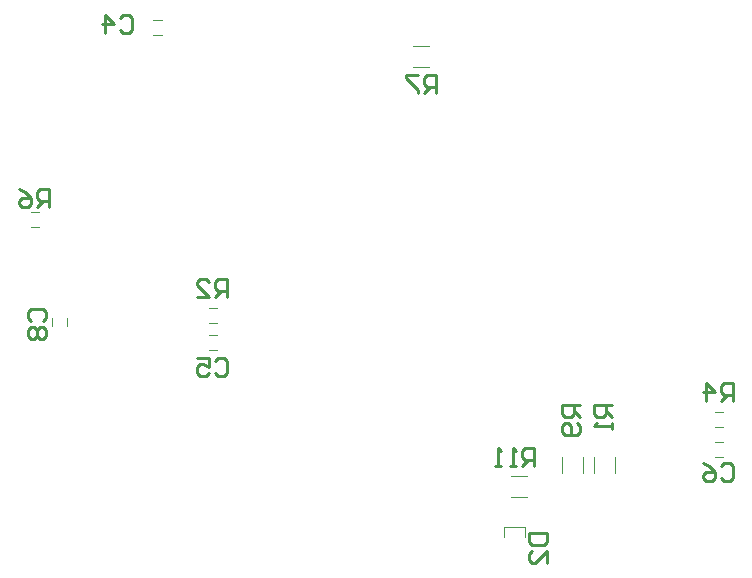
<source format=gbo>
G04*
G04 #@! TF.GenerationSoftware,Altium Limited,Altium Designer,21.9.2 (33)*
G04*
G04 Layer_Color=32896*
%FSTAX24Y24*%
%MOIN*%
G70*
G04*
G04 #@! TF.SameCoordinates,9AA07E9A-BA48-4811-965E-F14F798923DF*
G04*
G04*
G04 #@! TF.FilePolarity,Positive*
G04*
G01*
G75*
%ADD10C,0.0100*%
%ADD14C,0.0040*%
D10*
X034099Y068088D02*
X033999Y068187D01*
Y068387D01*
X034099Y068487D01*
X034499D01*
X034599Y068387D01*
Y068187D01*
X034499Y068088D01*
X034099Y067888D02*
X033999Y067788D01*
Y067588D01*
X034099Y067488D01*
X034199D01*
X034299Y067588D01*
X034399Y067488D01*
X034499D01*
X034599Y067588D01*
Y067788D01*
X034499Y067888D01*
X034399D01*
X034299Y067788D01*
X034199Y067888D01*
X034099D01*
X034299Y067788D02*
Y067588D01*
X050698Y061018D02*
X051298D01*
Y060718D01*
X051198Y060618D01*
X050798D01*
X050698Y060718D01*
Y061018D01*
X051298Y060019D02*
Y060419D01*
X050898Y060019D01*
X050798D01*
X050698Y060119D01*
Y060319D01*
X050798Y060419D01*
X05086Y06325D02*
Y06385D01*
X05056D01*
X05046Y06375D01*
Y06355D01*
X05056Y06345D01*
X05086D01*
X05066D02*
X05046Y06325D01*
X05026D02*
X05006D01*
X05016D01*
Y06385D01*
X05026Y06375D01*
X04976Y06325D02*
X04956D01*
X04966D01*
Y06385D01*
X04976Y06375D01*
X034699Y071873D02*
Y072473D01*
X034399D01*
X034299Y072373D01*
Y072173D01*
X034399Y072073D01*
X034699D01*
X034499D02*
X034299Y071873D01*
X033699Y072473D02*
X033899Y072373D01*
X034099Y072173D01*
Y071973D01*
X033999Y071873D01*
X033799D01*
X033699Y071973D01*
Y072073D01*
X033799Y072173D01*
X034099D01*
X037059Y078177D02*
X037159Y078277D01*
X037359D01*
X037459Y078177D01*
Y077777D01*
X037359Y077677D01*
X037159D01*
X037059Y077777D01*
X036559Y077677D02*
Y078277D01*
X036859Y077977D01*
X036459D01*
X040222Y066732D02*
X040322Y066832D01*
X040522D01*
X040622Y066732D01*
Y066332D01*
X040522Y066232D01*
X040322D01*
X040222Y066332D01*
X039622Y066832D02*
X040022D01*
Y066532D01*
X039822Y066632D01*
X039722D01*
X039622Y066532D01*
Y066332D01*
X039722Y066232D01*
X039922D01*
X040022Y066332D01*
X053458Y065277D02*
X052859D01*
Y064977D01*
X052959Y064877D01*
X053159D01*
X053258Y064977D01*
Y065277D01*
Y065077D02*
X053458Y064877D01*
Y064677D02*
Y064477D01*
Y064577D01*
X052859D01*
X052959Y064677D01*
X052372Y065281D02*
X051772D01*
Y064981D01*
X051872Y064881D01*
X052072D01*
X052172Y064981D01*
Y065281D01*
Y065081D02*
X052372Y064881D01*
X052272Y064681D02*
X052372Y064581D01*
Y064381D01*
X052272Y064281D01*
X051872D01*
X051772Y064381D01*
Y064581D01*
X051872Y064681D01*
X051972D01*
X052072Y064581D01*
Y064281D01*
X05708Y063239D02*
X05718Y063339D01*
X05738D01*
X05748Y063239D01*
Y062839D01*
X05738Y062739D01*
X05718D01*
X05708Y062839D01*
X05648Y063339D02*
X05668Y063239D01*
X05688Y063039D01*
Y062839D01*
X05678Y062739D01*
X05658D01*
X05648Y062839D01*
Y062939D01*
X05658Y063039D01*
X05688D01*
X047571Y075667D02*
Y076266D01*
X047271D01*
X047172Y076166D01*
Y075966D01*
X047271Y075867D01*
X047571D01*
X047371D02*
X047172Y075667D01*
X046972Y076266D02*
X046572D01*
Y076166D01*
X046972Y075767D01*
Y075667D01*
X04061Y06887D02*
Y06947D01*
X04031D01*
X04021Y06937D01*
Y06917D01*
X04031Y06907D01*
X04061D01*
X04041D02*
X04021Y06887D01*
X03961D02*
X04001D01*
X03961Y06927D01*
Y06937D01*
X03971Y06947D01*
X03991D01*
X04001Y06937D01*
X05747Y0654D02*
Y066D01*
X05717D01*
X05707Y0659D01*
Y0657D01*
X05717Y0656D01*
X05747D01*
X05727D02*
X05707Y0654D01*
X05657D02*
Y066D01*
X05687Y0657D01*
X05647D01*
D14*
X035299Y067902D02*
Y068172D01*
X034799Y067902D02*
Y068172D01*
X049843Y06086D02*
Y06122D01*
X050543Y06086D02*
Y06122D01*
X049843D02*
X050543D01*
X05008Y062225D02*
X05061D01*
X05009Y062925D02*
X05061D01*
X034093Y071707D02*
X034353D01*
X034093Y071207D02*
X034353D01*
X038166Y07812D02*
X038436D01*
X038166Y07762D02*
X038436D01*
X040012Y067603D02*
X040282D01*
X040012Y067103D02*
X040282D01*
X052839Y063008D02*
Y063538D01*
X053539Y063008D02*
Y063528D01*
X051776Y063008D02*
Y063538D01*
X052476Y063008D02*
Y063528D01*
X05689Y063555D02*
X05716D01*
X05689Y064055D02*
X05716D01*
X046827Y07724D02*
X047357D01*
X046827Y07654D02*
X047347D01*
X040027Y068022D02*
X040287D01*
X040027Y068522D02*
X040287D01*
X0569Y065049D02*
X05716D01*
X0569Y064549D02*
X05716D01*
M02*

</source>
